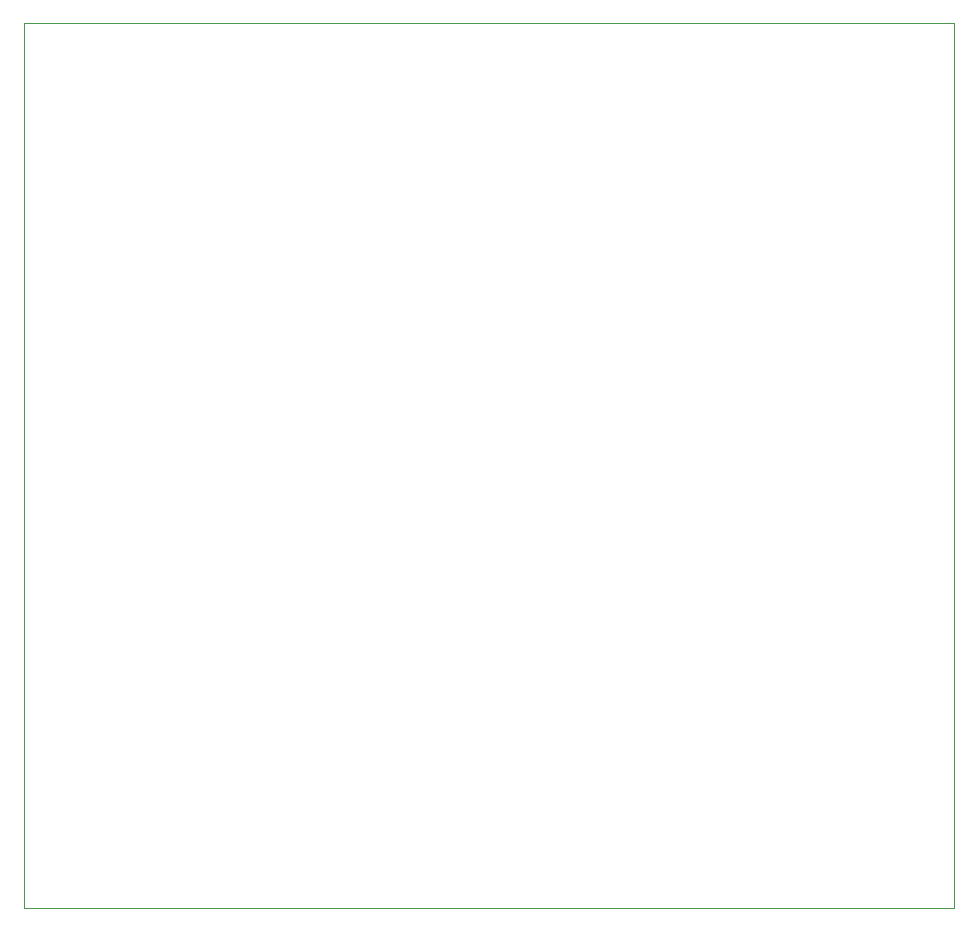
<source format=gbr>
%TF.GenerationSoftware,KiCad,Pcbnew,(5.1.7)-1*%
%TF.CreationDate,2021-04-06T19:20:52+02:00*%
%TF.ProjectId,central-panel,63656e74-7261-46c2-9d70-616e656c2e6b,rev?*%
%TF.SameCoordinates,Original*%
%TF.FileFunction,Profile,NP*%
%FSLAX46Y46*%
G04 Gerber Fmt 4.6, Leading zero omitted, Abs format (unit mm)*
G04 Created by KiCad (PCBNEW (5.1.7)-1) date 2021-04-06 19:20:52*
%MOMM*%
%LPD*%
G01*
G04 APERTURE LIST*
%TA.AperFunction,Profile*%
%ADD10C,0.050000*%
%TD*%
G04 APERTURE END LIST*
D10*
X59205000Y-146070000D02*
X59205000Y-71140000D01*
X137945000Y-146070000D02*
X59205000Y-146070000D01*
X137945000Y-71140000D02*
X137945000Y-146070000D01*
X59205000Y-71140000D02*
X137945000Y-71140000D01*
M02*

</source>
